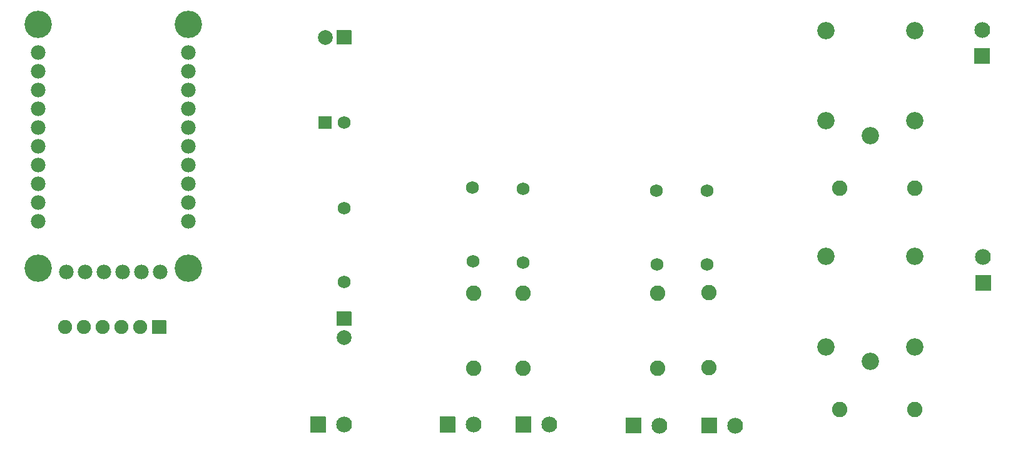
<source format=gbs>
G04 Layer: BottomSolderMaskLayer*
G04 EasyEDA v6.5.8, 2022-08-15 07:29:34*
G04 028e3914a6f949ed9ca799ef75e4ed4f,10*
G04 Gerber Generator version 0.2*
G04 Scale: 100 percent, Rotated: No, Reflected: No *
G04 Dimensions in millimeters *
G04 leading zeros omitted , absolute positions ,4 integer and 5 decimal *
%FSLAX45Y45*%
%MOMM*%

%ADD10C,2.0032*%
%ADD11C,1.7526*%
%ADD12C,2.0828*%
%ADD13C,1.9032*%
%ADD14C,2.1336*%
%ADD15C,2.3515*%
%ADD16C,1.7272*%
%ADD17C,3.7084*%
%ADD18C,1.9812*%
%ADD19C,0.0145*%

%LPD*%
D10*
G01*
X5664200Y8216900D03*
G36*
X5828207Y8116747D02*
G01*
X5825159Y8117255D01*
X5822111Y8118779D01*
X5820079Y8120811D01*
X5818555Y8123859D01*
X5818047Y8126907D01*
X5818124Y8126984D01*
X5818124Y8306815D01*
X5818047Y8306892D01*
X5818555Y8309940D01*
X5820079Y8312988D01*
X5822111Y8315020D01*
X5825159Y8316544D01*
X5828207Y8317052D01*
X5828284Y8316976D01*
X6008115Y8316976D01*
X6008192Y8317052D01*
X6011240Y8316544D01*
X6014288Y8315020D01*
X6016320Y8312988D01*
X6017844Y8309940D01*
X6018352Y8306892D01*
X6018275Y8306815D01*
X6018275Y8126984D01*
X6018352Y8126907D01*
X6017844Y8123859D01*
X6016320Y8120811D01*
X6014288Y8118779D01*
X6011240Y8117255D01*
X6008192Y8116747D01*
X6008115Y8116823D01*
X5828284Y8116823D01*
G37*
G01*
X5918200Y4152900D03*
G36*
X5828207Y4306747D02*
G01*
X5825159Y4307255D01*
X5822111Y4308779D01*
X5820079Y4310811D01*
X5818555Y4313859D01*
X5818047Y4316907D01*
X5818124Y4316984D01*
X5818124Y4496815D01*
X5818047Y4496892D01*
X5818555Y4499940D01*
X5820079Y4502988D01*
X5822111Y4505020D01*
X5825159Y4506544D01*
X5828207Y4507052D01*
X5828284Y4506976D01*
X6008115Y4506976D01*
X6008192Y4507052D01*
X6011240Y4506544D01*
X6014288Y4505020D01*
X6016320Y4502988D01*
X6017844Y4499940D01*
X6018352Y4496892D01*
X6018275Y4496815D01*
X6018275Y4316984D01*
X6018352Y4316907D01*
X6017844Y4313859D01*
X6016320Y4310811D01*
X6014288Y4308779D01*
X6011240Y4307255D01*
X6008192Y4306747D01*
X6008115Y4306823D01*
X5828284Y4306823D01*
G37*
G36*
X5581650Y6973570D02*
G01*
X5580125Y6973823D01*
X5578602Y6974586D01*
X5577586Y6975602D01*
X5576824Y6977126D01*
X5576570Y6978650D01*
X5576570Y7143750D01*
X5576824Y7145273D01*
X5577586Y7146797D01*
X5578602Y7147813D01*
X5580125Y7148576D01*
X5581650Y7148829D01*
X5746750Y7148829D01*
X5748274Y7148576D01*
X5749797Y7147813D01*
X5750813Y7146797D01*
X5751575Y7145273D01*
X5751829Y7143750D01*
X5751829Y6978650D01*
X5751575Y6977126D01*
X5750813Y6975602D01*
X5749797Y6974586D01*
X5748274Y6973823D01*
X5746750Y6973570D01*
G37*
D11*
G01*
X5918200Y7061200D03*
D12*
G01*
X7670800Y4749800D03*
G01*
X7670800Y3733800D03*
G01*
X8343900Y4749800D03*
G01*
X8343900Y3733800D03*
G01*
X12623800Y3175000D03*
G01*
X13639800Y3175000D03*
G01*
X10160000Y4749800D03*
G01*
X10160000Y3733800D03*
G01*
X10858500Y4762500D03*
G01*
X10858500Y3746500D03*
G01*
X12623800Y6172200D03*
G01*
X13639800Y6172200D03*
G36*
X3331209Y4197350D02*
G01*
X3331311Y4197451D01*
X3328263Y4197959D01*
X3325215Y4199483D01*
X3323183Y4201515D01*
X3321659Y4204563D01*
X3321151Y4207611D01*
X3321050Y4207510D01*
X3321050Y4377689D01*
X3321151Y4377588D01*
X3321659Y4380636D01*
X3323183Y4383684D01*
X3325215Y4385716D01*
X3328263Y4387240D01*
X3331311Y4387748D01*
X3331209Y4387850D01*
X3501390Y4387850D01*
X3501288Y4387748D01*
X3504336Y4387240D01*
X3507384Y4385716D01*
X3509416Y4383684D01*
X3510940Y4380636D01*
X3511448Y4377588D01*
X3511550Y4377689D01*
X3511550Y4207510D01*
X3511448Y4207611D01*
X3510940Y4204563D01*
X3509416Y4201515D01*
X3507384Y4199483D01*
X3504336Y4197959D01*
X3501288Y4197451D01*
X3501390Y4197350D01*
G37*
D13*
G01*
X3162300Y4292600D03*
G01*
X2908300Y4292600D03*
G01*
X2654300Y4292600D03*
G01*
X2400300Y4292600D03*
G01*
X2146300Y4292600D03*
G36*
X5463540Y2865120D02*
G01*
X5462016Y2865373D01*
X5460492Y2866136D01*
X5459476Y2867152D01*
X5458714Y2868676D01*
X5458460Y2870200D01*
X5458459Y2870200D01*
X5458459Y3073400D01*
X5458460Y3073400D01*
X5458714Y3074923D01*
X5459476Y3076447D01*
X5460492Y3077463D01*
X5462016Y3078226D01*
X5463540Y3078479D01*
X5666740Y3078479D01*
X5668264Y3078226D01*
X5669788Y3077463D01*
X5670804Y3076447D01*
X5671566Y3074923D01*
X5671820Y3073400D01*
X5671820Y3073400D01*
X5671820Y2870200D01*
X5671820Y2870200D01*
X5671566Y2868676D01*
X5670804Y2867152D01*
X5669788Y2866136D01*
X5668264Y2865373D01*
X5666740Y2865120D01*
G37*
D14*
G01*
X5915659Y2971800D03*
G36*
X7216140Y2865120D02*
G01*
X7214616Y2865373D01*
X7213092Y2866136D01*
X7212076Y2867152D01*
X7211314Y2868676D01*
X7211060Y2870200D01*
X7211059Y2870200D01*
X7211059Y3073400D01*
X7211060Y3073400D01*
X7211314Y3074923D01*
X7212076Y3076447D01*
X7213092Y3077463D01*
X7214616Y3078226D01*
X7216140Y3078479D01*
X7419340Y3078479D01*
X7420864Y3078226D01*
X7422388Y3077463D01*
X7423404Y3076447D01*
X7424166Y3074923D01*
X7424420Y3073400D01*
X7424420Y3073400D01*
X7424420Y2870200D01*
X7424420Y2870200D01*
X7424166Y2868676D01*
X7423404Y2867152D01*
X7422388Y2866136D01*
X7420864Y2865373D01*
X7419340Y2865120D01*
G37*
G01*
X7668259Y2971800D03*
G36*
X8244840Y2865120D02*
G01*
X8243316Y2865373D01*
X8241792Y2866136D01*
X8240776Y2867152D01*
X8240014Y2868676D01*
X8239760Y2870200D01*
X8239759Y2870200D01*
X8239759Y3073400D01*
X8239760Y3073400D01*
X8240014Y3074923D01*
X8240776Y3076447D01*
X8241792Y3077463D01*
X8243316Y3078226D01*
X8244840Y3078479D01*
X8448040Y3078479D01*
X8449564Y3078226D01*
X8451088Y3077463D01*
X8452104Y3076447D01*
X8452866Y3074923D01*
X8453120Y3073400D01*
X8453120Y3073400D01*
X8453120Y2870200D01*
X8453120Y2870200D01*
X8452866Y2868676D01*
X8452104Y2867152D01*
X8451088Y2866136D01*
X8449564Y2865373D01*
X8448040Y2865120D01*
G37*
G01*
X8696959Y2971800D03*
G36*
X14465300Y4785360D02*
G01*
X14463775Y4785613D01*
X14462252Y4786376D01*
X14461236Y4787392D01*
X14460474Y4788915D01*
X14460220Y4790439D01*
X14460220Y4993639D01*
X14460474Y4995163D01*
X14461236Y4996687D01*
X14462252Y4997704D01*
X14463775Y4998465D01*
X14465300Y4998720D01*
X14668500Y4998720D01*
X14670024Y4998465D01*
X14671547Y4997704D01*
X14672563Y4996687D01*
X14673325Y4995163D01*
X14673579Y4993639D01*
X14673579Y4790439D01*
X14673325Y4788915D01*
X14672563Y4787392D01*
X14671547Y4786376D01*
X14670024Y4785613D01*
X14668500Y4785360D01*
G37*
G01*
X14566900Y5242560D03*
G36*
X9730740Y2852420D02*
G01*
X9729216Y2852673D01*
X9727692Y2853436D01*
X9726676Y2854452D01*
X9725914Y2855976D01*
X9725660Y2857500D01*
X9725659Y2857500D01*
X9725659Y3060700D01*
X9725660Y3060700D01*
X9725914Y3062223D01*
X9726676Y3063747D01*
X9727692Y3064763D01*
X9729216Y3065526D01*
X9730740Y3065779D01*
X9933940Y3065779D01*
X9935464Y3065526D01*
X9936988Y3064763D01*
X9938004Y3063747D01*
X9938766Y3062223D01*
X9939020Y3060700D01*
X9939020Y3060700D01*
X9939020Y2857500D01*
X9939020Y2857500D01*
X9938766Y2855976D01*
X9938004Y2854452D01*
X9936988Y2853436D01*
X9935464Y2852673D01*
X9933940Y2852420D01*
G37*
G01*
X10182859Y2959100D03*
G36*
X10759440Y2852420D02*
G01*
X10757916Y2852673D01*
X10756392Y2853436D01*
X10755376Y2854452D01*
X10754614Y2855976D01*
X10754360Y2857500D01*
X10754359Y2857500D01*
X10754359Y3060700D01*
X10754360Y3060700D01*
X10754614Y3062223D01*
X10755376Y3063747D01*
X10756392Y3064763D01*
X10757916Y3065526D01*
X10759440Y3065779D01*
X10962640Y3065779D01*
X10964164Y3065526D01*
X10965688Y3064763D01*
X10966704Y3063747D01*
X10967466Y3062223D01*
X10967720Y3060700D01*
X10967720Y3060700D01*
X10967720Y2857500D01*
X10967720Y2857500D01*
X10967466Y2855976D01*
X10966704Y2854452D01*
X10965688Y2853436D01*
X10964164Y2852673D01*
X10962640Y2852420D01*
G37*
G01*
X11211559Y2959100D03*
G36*
X14452600Y7858760D02*
G01*
X14451075Y7859013D01*
X14449552Y7859776D01*
X14448536Y7860792D01*
X14447774Y7862315D01*
X14447520Y7863839D01*
X14447520Y8067039D01*
X14447774Y8068563D01*
X14448536Y8070087D01*
X14449552Y8071104D01*
X14451075Y8071865D01*
X14452600Y8072120D01*
X14655800Y8072120D01*
X14657324Y8071865D01*
X14658847Y8071104D01*
X14659863Y8070087D01*
X14660625Y8068563D01*
X14660879Y8067039D01*
X14660879Y7863839D01*
X14660625Y7862315D01*
X14659863Y7860792D01*
X14658847Y7859776D01*
X14657324Y7859013D01*
X14655800Y7858760D01*
G37*
G01*
X14554200Y8315960D03*
D15*
G01*
X13039801Y3825900D03*
G01*
X13639800Y4025900D03*
G01*
X13639800Y5245887D03*
G01*
X12439802Y5245887D03*
G01*
X12439802Y4025900D03*
G01*
X13039801Y6886600D03*
G01*
X13639800Y7086600D03*
G01*
X13639800Y8306587D03*
G01*
X12439802Y8306587D03*
G01*
X12439802Y7086600D03*
D16*
G01*
X7658100Y6177965D03*
G01*
X7659903Y5177967D03*
G01*
X8343900Y5163134D03*
G01*
X8342096Y6163132D03*
G01*
X10147300Y6139865D03*
G01*
X10149103Y5139867D03*
G01*
X10833100Y5137734D03*
G01*
X10831296Y6137732D03*
G01*
X5920003Y4898567D03*
G01*
X5918200Y5898565D03*
D17*
G01*
X3810000Y8394700D03*
D18*
G01*
X3810000Y5727700D03*
G01*
X3810000Y5981700D03*
G01*
X3810000Y6235700D03*
G01*
X3810000Y6489700D03*
G01*
X3810000Y6743700D03*
G01*
X3810000Y6997700D03*
G01*
X3810000Y7251700D03*
G01*
X3810000Y7505700D03*
G01*
X3810000Y7759700D03*
G01*
X3810000Y8013700D03*
D17*
G01*
X3810000Y5092700D03*
D18*
G01*
X3429000Y5041900D03*
G01*
X2159000Y5041900D03*
G01*
X2413000Y5041900D03*
G01*
X2667000Y5041900D03*
G01*
X2921000Y5041900D03*
G01*
X3175000Y5041900D03*
D17*
G01*
X1778000Y5092700D03*
D18*
G01*
X1778000Y5727700D03*
G01*
X1778000Y8013700D03*
G01*
X1778000Y7759700D03*
G01*
X1778000Y7505700D03*
G01*
X1778000Y7251700D03*
G01*
X1778000Y6997700D03*
G01*
X1778000Y6743700D03*
G01*
X1778000Y6489700D03*
G01*
X1778000Y6235700D03*
G01*
X1778000Y5981700D03*
G01*
X1778000Y5727700D03*
D17*
G01*
X1778000Y8394700D03*
M02*

</source>
